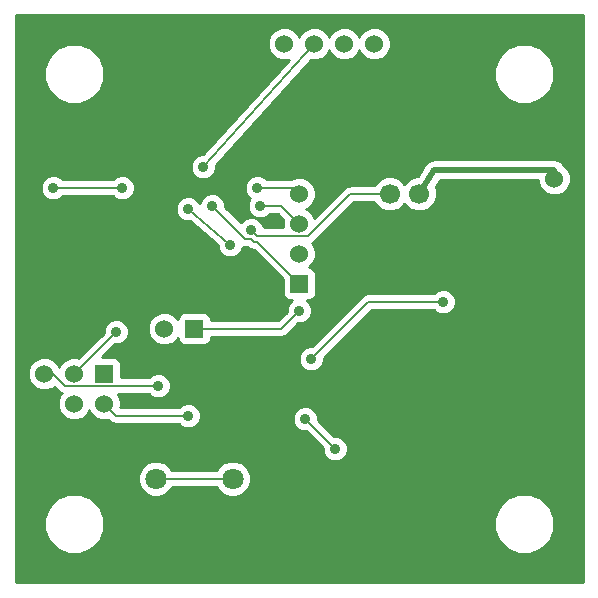
<source format=gbl>
G04 (created by PCBNEW-RS274X (2011-nov-30)-testing) date Mon 11 Jun 2012 06:03:41 PM EDT*
%MOIN*%
G04 Gerber Fmt 3.4, Leading zero omitted, Abs format*
%FSLAX34Y34*%
G01*
G70*
G90*
G04 APERTURE LIST*
%ADD10C,0.006*%
%ADD11R,0.06X0.06*%
%ADD12C,0.06*%
%ADD13C,0.0669*%
%ADD14C,0.0709*%
%ADD15C,0.035*%
%ADD16C,0.02*%
%ADD17C,0.01*%
G04 APERTURE END LIST*
G54D10*
G54D11*
X3500Y7500D03*
G54D12*
X3500Y6500D03*
X2500Y7500D03*
X2500Y6500D03*
X1500Y7500D03*
X1500Y6500D03*
G54D11*
X7500Y18500D03*
G54D12*
X8500Y18500D03*
X9500Y18500D03*
X10500Y18500D03*
X11500Y18500D03*
X12500Y18500D03*
G54D11*
X18500Y15000D03*
G54D12*
X18500Y14000D03*
G54D13*
X14984Y13500D03*
X14000Y13500D03*
X13016Y13500D03*
G54D11*
X10000Y10500D03*
G54D12*
X10000Y11500D03*
X10000Y12500D03*
X10000Y13500D03*
G54D11*
X6500Y9000D03*
G54D12*
X5500Y9000D03*
G54D14*
X5220Y4000D03*
X7780Y4000D03*
X5220Y2228D03*
X7780Y2228D03*
X6500Y1500D03*
G54D15*
X10200Y6000D03*
X11200Y5000D03*
X10400Y8000D03*
X6300Y6100D03*
X14800Y9900D03*
X4100Y13700D03*
X1800Y13700D03*
X10000Y9600D03*
X7100Y13100D03*
X6300Y13000D03*
X7700Y11800D03*
X8600Y13700D03*
X8700Y13100D03*
X5300Y7100D03*
X6800Y14400D03*
X8400Y12300D03*
X3900Y8900D03*
G54D10*
X10200Y6000D02*
X11200Y5000D01*
X12300Y9900D02*
X14800Y9900D01*
X10400Y8000D02*
X12300Y9900D01*
X3900Y6100D02*
X6300Y6100D01*
X3500Y6500D02*
X3900Y6100D01*
G54D16*
X18500Y14000D02*
X18500Y14300D01*
X14500Y14300D02*
X18500Y14300D01*
X14000Y13500D02*
X14500Y14300D01*
G54D10*
X4100Y13700D02*
X1800Y13700D01*
X10000Y9600D02*
X9400Y9000D01*
X9400Y9000D02*
X6500Y9000D01*
X10000Y10500D02*
X8600Y11900D01*
X8600Y11900D02*
X8500Y11900D01*
X8500Y11900D02*
X8400Y12000D01*
X8400Y12000D02*
X8200Y12000D01*
X8200Y12000D02*
X7100Y13100D01*
X7780Y4000D02*
X5220Y4000D01*
X6300Y13000D02*
X7700Y11800D01*
X9800Y13700D02*
X8600Y13700D01*
X10000Y13500D02*
X9800Y13700D01*
X9400Y13100D02*
X8700Y13100D01*
X10000Y12500D02*
X9400Y13100D01*
X2200Y7100D02*
X1800Y7500D01*
X5300Y7100D02*
X2200Y7100D01*
X1800Y7500D02*
X1500Y7500D01*
X6800Y14400D02*
X10500Y18500D01*
X8600Y12100D02*
X10300Y12100D01*
X10300Y12100D02*
X11700Y13500D01*
X8400Y12300D02*
X8600Y12100D01*
X11700Y13500D02*
X13016Y13500D01*
X2500Y7500D02*
X3900Y8900D01*
G36*
X19450Y550D02*
X19049Y550D01*
X19049Y13891D01*
X19049Y14109D01*
X18965Y14311D01*
X18811Y14465D01*
X18798Y14471D01*
X18747Y14547D01*
X18634Y14623D01*
X18500Y14650D01*
X18498Y14650D01*
X18498Y17301D01*
X18498Y17698D01*
X18346Y18065D01*
X18066Y18346D01*
X17699Y18498D01*
X17302Y18498D01*
X16935Y18346D01*
X16654Y18066D01*
X16502Y17699D01*
X16502Y17302D01*
X16654Y16935D01*
X16934Y16654D01*
X17301Y16502D01*
X17698Y16502D01*
X18065Y16654D01*
X18346Y16934D01*
X18498Y17301D01*
X18498Y14650D01*
X14500Y14650D01*
X14456Y14642D01*
X14421Y14640D01*
X14396Y14630D01*
X14366Y14623D01*
X14333Y14602D01*
X14297Y14585D01*
X14275Y14563D01*
X14253Y14547D01*
X14232Y14517D01*
X14203Y14485D01*
X13952Y14084D01*
X13884Y14084D01*
X13669Y13995D01*
X13506Y13833D01*
X13346Y13993D01*
X13132Y14082D01*
X13047Y14082D01*
X13047Y18390D01*
X13047Y18608D01*
X12964Y18809D01*
X12810Y18963D01*
X12610Y19047D01*
X12392Y19047D01*
X12191Y18964D01*
X12037Y18810D01*
X11999Y18722D01*
X11964Y18809D01*
X11810Y18963D01*
X11610Y19047D01*
X11392Y19047D01*
X11191Y18964D01*
X11037Y18810D01*
X10999Y18722D01*
X10964Y18809D01*
X10810Y18963D01*
X10610Y19047D01*
X10392Y19047D01*
X10191Y18964D01*
X10037Y18810D01*
X9999Y18722D01*
X9964Y18809D01*
X9810Y18963D01*
X9610Y19047D01*
X9392Y19047D01*
X9191Y18964D01*
X9037Y18810D01*
X8953Y18610D01*
X8953Y18392D01*
X9036Y18191D01*
X9190Y18037D01*
X9390Y17953D01*
X9608Y17953D01*
X9652Y17972D01*
X6808Y14823D01*
X6716Y14823D01*
X6561Y14759D01*
X6441Y14640D01*
X6377Y14484D01*
X6377Y14316D01*
X6441Y14161D01*
X6560Y14041D01*
X6716Y13977D01*
X6884Y13977D01*
X7039Y14041D01*
X7159Y14160D01*
X7223Y14316D01*
X7223Y14455D01*
X10386Y17955D01*
X10390Y17953D01*
X10608Y17953D01*
X10809Y18036D01*
X10963Y18190D01*
X11000Y18279D01*
X11036Y18191D01*
X11190Y18037D01*
X11390Y17953D01*
X11608Y17953D01*
X11809Y18036D01*
X11963Y18190D01*
X12000Y18279D01*
X12036Y18191D01*
X12190Y18037D01*
X12390Y17953D01*
X12608Y17953D01*
X12809Y18036D01*
X12963Y18190D01*
X13047Y18390D01*
X13047Y14082D01*
X12901Y14082D01*
X12687Y13994D01*
X12523Y13830D01*
X12501Y13778D01*
X11700Y13778D01*
X11699Y13778D01*
X11678Y13774D01*
X11594Y13757D01*
X11503Y13697D01*
X11501Y13695D01*
X10508Y12702D01*
X10464Y12809D01*
X10310Y12963D01*
X10221Y13001D01*
X10309Y13036D01*
X10463Y13190D01*
X10547Y13390D01*
X10547Y13608D01*
X10464Y13809D01*
X10310Y13963D01*
X10110Y14047D01*
X9892Y14047D01*
X9724Y13978D01*
X8920Y13978D01*
X8840Y14059D01*
X8684Y14123D01*
X8516Y14123D01*
X8361Y14059D01*
X8241Y13940D01*
X8177Y13784D01*
X8177Y13616D01*
X8241Y13461D01*
X8351Y13350D01*
X8341Y13340D01*
X8277Y13184D01*
X8277Y13016D01*
X8341Y12861D01*
X8460Y12741D01*
X8616Y12677D01*
X8784Y12677D01*
X8939Y12741D01*
X9020Y12822D01*
X9284Y12822D01*
X9465Y12641D01*
X9453Y12610D01*
X9453Y12392D01*
X9458Y12378D01*
X8823Y12378D01*
X8823Y12384D01*
X8759Y12539D01*
X8640Y12659D01*
X8484Y12723D01*
X8316Y12723D01*
X8161Y12659D01*
X8047Y12547D01*
X7523Y13071D01*
X7523Y13184D01*
X7459Y13339D01*
X7340Y13459D01*
X7184Y13523D01*
X7016Y13523D01*
X6861Y13459D01*
X6741Y13340D01*
X6679Y13190D01*
X6659Y13239D01*
X6540Y13359D01*
X6384Y13423D01*
X6216Y13423D01*
X6061Y13359D01*
X5941Y13240D01*
X5877Y13084D01*
X5877Y12916D01*
X5941Y12761D01*
X6060Y12641D01*
X6216Y12577D01*
X6366Y12577D01*
X7277Y11797D01*
X7277Y11716D01*
X7341Y11561D01*
X7460Y11441D01*
X7616Y11377D01*
X7784Y11377D01*
X7939Y11441D01*
X8059Y11560D01*
X8123Y11716D01*
X8123Y11738D01*
X8200Y11722D01*
X8284Y11722D01*
X8301Y11706D01*
X8303Y11703D01*
X8393Y11644D01*
X8394Y11643D01*
X8479Y11627D01*
X8480Y11626D01*
X9453Y10654D01*
X9453Y10151D01*
X9491Y10060D01*
X9560Y9991D01*
X9651Y9953D01*
X9749Y9953D01*
X9754Y9953D01*
X9641Y9840D01*
X9577Y9684D01*
X9577Y9571D01*
X9284Y9278D01*
X7047Y9278D01*
X7047Y9349D01*
X7009Y9440D01*
X6940Y9509D01*
X6849Y9547D01*
X6751Y9547D01*
X6151Y9547D01*
X6060Y9509D01*
X5991Y9440D01*
X5953Y9349D01*
X5953Y9320D01*
X5810Y9463D01*
X5610Y9547D01*
X5392Y9547D01*
X5191Y9464D01*
X5037Y9310D01*
X4953Y9110D01*
X4953Y8892D01*
X5036Y8691D01*
X5190Y8537D01*
X5390Y8453D01*
X5608Y8453D01*
X5809Y8536D01*
X5953Y8680D01*
X5953Y8651D01*
X5991Y8560D01*
X6060Y8491D01*
X6151Y8453D01*
X6249Y8453D01*
X6849Y8453D01*
X6940Y8491D01*
X7009Y8560D01*
X7047Y8651D01*
X7047Y8722D01*
X9395Y8722D01*
X9400Y8721D01*
X9400Y8722D01*
X9506Y8743D01*
X9507Y8743D01*
X9597Y8803D01*
X9970Y9177D01*
X10084Y9177D01*
X10239Y9241D01*
X10359Y9360D01*
X10423Y9516D01*
X10423Y9684D01*
X10359Y9839D01*
X10245Y9953D01*
X10349Y9953D01*
X10440Y9991D01*
X10509Y10060D01*
X10547Y10151D01*
X10547Y10249D01*
X10547Y10849D01*
X10509Y10940D01*
X10440Y11009D01*
X10349Y11047D01*
X10320Y11047D01*
X10463Y11190D01*
X10547Y11390D01*
X10547Y11608D01*
X10464Y11809D01*
X10420Y11853D01*
X10497Y11903D01*
X11815Y13222D01*
X12501Y13222D01*
X12522Y13171D01*
X12686Y13007D01*
X12900Y12918D01*
X13131Y12918D01*
X13345Y13006D01*
X13506Y13168D01*
X13669Y13005D01*
X13884Y12916D01*
X14116Y12916D01*
X14331Y13005D01*
X14495Y13169D01*
X14584Y13384D01*
X14584Y13616D01*
X14544Y13711D01*
X14694Y13950D01*
X17951Y13950D01*
X17951Y13891D01*
X18035Y13689D01*
X18189Y13535D01*
X18391Y13451D01*
X18609Y13451D01*
X18811Y13535D01*
X18965Y13689D01*
X19049Y13891D01*
X19049Y550D01*
X18498Y550D01*
X18498Y2301D01*
X18498Y2698D01*
X18346Y3065D01*
X18066Y3346D01*
X17699Y3498D01*
X17302Y3498D01*
X16935Y3346D01*
X16654Y3066D01*
X16502Y2699D01*
X16502Y2302D01*
X16654Y1935D01*
X16934Y1654D01*
X17301Y1502D01*
X17698Y1502D01*
X18065Y1654D01*
X18346Y1934D01*
X18498Y2301D01*
X18498Y550D01*
X15223Y550D01*
X15223Y9816D01*
X15223Y9984D01*
X15159Y10139D01*
X15040Y10259D01*
X14884Y10323D01*
X14716Y10323D01*
X14561Y10259D01*
X14479Y10178D01*
X12304Y10178D01*
X12300Y10179D01*
X12193Y10157D01*
X12103Y10097D01*
X10429Y8423D01*
X10316Y8423D01*
X10161Y8359D01*
X10041Y8240D01*
X9977Y8084D01*
X9977Y7916D01*
X10041Y7761D01*
X10160Y7641D01*
X10316Y7577D01*
X10484Y7577D01*
X10639Y7641D01*
X10759Y7760D01*
X10823Y7916D01*
X10823Y8029D01*
X12416Y9622D01*
X14479Y9622D01*
X14560Y9541D01*
X14716Y9477D01*
X14884Y9477D01*
X15039Y9541D01*
X15159Y9660D01*
X15223Y9816D01*
X15223Y550D01*
X11623Y550D01*
X11623Y4916D01*
X11623Y5084D01*
X11559Y5239D01*
X11440Y5359D01*
X11284Y5423D01*
X11170Y5423D01*
X10623Y5971D01*
X10623Y6084D01*
X10559Y6239D01*
X10440Y6359D01*
X10284Y6423D01*
X10116Y6423D01*
X9961Y6359D01*
X9841Y6240D01*
X9777Y6084D01*
X9777Y5916D01*
X9841Y5761D01*
X9960Y5641D01*
X10116Y5577D01*
X10229Y5577D01*
X10777Y5030D01*
X10777Y4916D01*
X10841Y4761D01*
X10960Y4641D01*
X11116Y4577D01*
X11284Y4577D01*
X11439Y4641D01*
X11559Y4760D01*
X11623Y4916D01*
X11623Y550D01*
X8381Y550D01*
X8381Y3880D01*
X8381Y4119D01*
X8290Y4340D01*
X8121Y4509D01*
X7900Y4601D01*
X7661Y4601D01*
X7440Y4510D01*
X7271Y4341D01*
X7244Y4278D01*
X6723Y4278D01*
X6723Y6016D01*
X6723Y6184D01*
X6659Y6339D01*
X6540Y6459D01*
X6384Y6523D01*
X6216Y6523D01*
X6061Y6459D01*
X5979Y6378D01*
X4041Y6378D01*
X4047Y6390D01*
X4047Y6608D01*
X3964Y6809D01*
X3951Y6822D01*
X4979Y6822D01*
X5060Y6741D01*
X5216Y6677D01*
X5384Y6677D01*
X5539Y6741D01*
X5659Y6860D01*
X5723Y7016D01*
X5723Y7184D01*
X5659Y7339D01*
X5540Y7459D01*
X5384Y7523D01*
X5216Y7523D01*
X5061Y7459D01*
X4979Y7378D01*
X4523Y7378D01*
X4523Y13616D01*
X4523Y13784D01*
X4459Y13939D01*
X4340Y14059D01*
X4184Y14123D01*
X4016Y14123D01*
X3861Y14059D01*
X3779Y13978D01*
X3498Y13978D01*
X3498Y17301D01*
X3498Y17698D01*
X3346Y18065D01*
X3066Y18346D01*
X2699Y18498D01*
X2302Y18498D01*
X1935Y18346D01*
X1654Y18066D01*
X1502Y17699D01*
X1502Y17302D01*
X1654Y16935D01*
X1934Y16654D01*
X2301Y16502D01*
X2698Y16502D01*
X3065Y16654D01*
X3346Y16934D01*
X3498Y17301D01*
X3498Y13978D01*
X2120Y13978D01*
X2040Y14059D01*
X1884Y14123D01*
X1716Y14123D01*
X1561Y14059D01*
X1441Y13940D01*
X1377Y13784D01*
X1377Y13616D01*
X1441Y13461D01*
X1560Y13341D01*
X1716Y13277D01*
X1884Y13277D01*
X2039Y13341D01*
X2120Y13422D01*
X3779Y13422D01*
X3860Y13341D01*
X4016Y13277D01*
X4184Y13277D01*
X4339Y13341D01*
X4459Y13460D01*
X4523Y13616D01*
X4523Y7378D01*
X4047Y7378D01*
X4047Y7849D01*
X4009Y7940D01*
X3940Y8009D01*
X3849Y8047D01*
X3751Y8047D01*
X3440Y8047D01*
X3870Y8477D01*
X3984Y8477D01*
X4139Y8541D01*
X4259Y8660D01*
X4323Y8816D01*
X4323Y8984D01*
X4259Y9139D01*
X4140Y9259D01*
X3984Y9323D01*
X3816Y9323D01*
X3661Y9259D01*
X3541Y9140D01*
X3477Y8984D01*
X3477Y8871D01*
X2640Y8035D01*
X2610Y8047D01*
X2392Y8047D01*
X2191Y7964D01*
X2037Y7810D01*
X1999Y7722D01*
X1964Y7809D01*
X1810Y7963D01*
X1610Y8047D01*
X1392Y8047D01*
X1191Y7964D01*
X1037Y7810D01*
X953Y7610D01*
X953Y7392D01*
X1036Y7191D01*
X1190Y7037D01*
X1390Y6953D01*
X1608Y6953D01*
X1809Y7036D01*
X1839Y7067D01*
X2001Y6906D01*
X2003Y6903D01*
X2079Y6853D01*
X2037Y6810D01*
X1953Y6610D01*
X1953Y6392D01*
X2036Y6191D01*
X2190Y6037D01*
X2390Y5953D01*
X2608Y5953D01*
X2809Y6036D01*
X2963Y6190D01*
X3000Y6279D01*
X3036Y6191D01*
X3190Y6037D01*
X3390Y5953D01*
X3608Y5953D01*
X3640Y5967D01*
X3701Y5906D01*
X3703Y5903D01*
X3793Y5844D01*
X3794Y5843D01*
X3900Y5822D01*
X5979Y5822D01*
X6060Y5741D01*
X6216Y5677D01*
X6384Y5677D01*
X6539Y5741D01*
X6659Y5860D01*
X6723Y6016D01*
X6723Y4278D01*
X5755Y4278D01*
X5730Y4340D01*
X5561Y4509D01*
X5340Y4601D01*
X5101Y4601D01*
X4880Y4510D01*
X4711Y4341D01*
X4619Y4120D01*
X4619Y3881D01*
X4710Y3660D01*
X4879Y3491D01*
X5100Y3399D01*
X5339Y3399D01*
X5560Y3490D01*
X5729Y3659D01*
X5755Y3722D01*
X7244Y3722D01*
X7270Y3660D01*
X7439Y3491D01*
X7660Y3399D01*
X7899Y3399D01*
X8120Y3490D01*
X8289Y3659D01*
X8381Y3880D01*
X8381Y550D01*
X3498Y550D01*
X3498Y2301D01*
X3498Y2698D01*
X3346Y3065D01*
X3066Y3346D01*
X2699Y3498D01*
X2302Y3498D01*
X1935Y3346D01*
X1654Y3066D01*
X1502Y2699D01*
X1502Y2302D01*
X1654Y1935D01*
X1934Y1654D01*
X2301Y1502D01*
X2698Y1502D01*
X3065Y1654D01*
X3346Y1934D01*
X3498Y2301D01*
X3498Y550D01*
X550Y550D01*
X550Y19450D01*
X19450Y19450D01*
X19450Y550D01*
X19450Y550D01*
G37*
G54D17*
X19450Y550D02*
X19049Y550D01*
X19049Y13891D01*
X19049Y14109D01*
X18965Y14311D01*
X18811Y14465D01*
X18798Y14471D01*
X18747Y14547D01*
X18634Y14623D01*
X18500Y14650D01*
X18498Y14650D01*
X18498Y17301D01*
X18498Y17698D01*
X18346Y18065D01*
X18066Y18346D01*
X17699Y18498D01*
X17302Y18498D01*
X16935Y18346D01*
X16654Y18066D01*
X16502Y17699D01*
X16502Y17302D01*
X16654Y16935D01*
X16934Y16654D01*
X17301Y16502D01*
X17698Y16502D01*
X18065Y16654D01*
X18346Y16934D01*
X18498Y17301D01*
X18498Y14650D01*
X14500Y14650D01*
X14456Y14642D01*
X14421Y14640D01*
X14396Y14630D01*
X14366Y14623D01*
X14333Y14602D01*
X14297Y14585D01*
X14275Y14563D01*
X14253Y14547D01*
X14232Y14517D01*
X14203Y14485D01*
X13952Y14084D01*
X13884Y14084D01*
X13669Y13995D01*
X13506Y13833D01*
X13346Y13993D01*
X13132Y14082D01*
X13047Y14082D01*
X13047Y18390D01*
X13047Y18608D01*
X12964Y18809D01*
X12810Y18963D01*
X12610Y19047D01*
X12392Y19047D01*
X12191Y18964D01*
X12037Y18810D01*
X11999Y18722D01*
X11964Y18809D01*
X11810Y18963D01*
X11610Y19047D01*
X11392Y19047D01*
X11191Y18964D01*
X11037Y18810D01*
X10999Y18722D01*
X10964Y18809D01*
X10810Y18963D01*
X10610Y19047D01*
X10392Y19047D01*
X10191Y18964D01*
X10037Y18810D01*
X9999Y18722D01*
X9964Y18809D01*
X9810Y18963D01*
X9610Y19047D01*
X9392Y19047D01*
X9191Y18964D01*
X9037Y18810D01*
X8953Y18610D01*
X8953Y18392D01*
X9036Y18191D01*
X9190Y18037D01*
X9390Y17953D01*
X9608Y17953D01*
X9652Y17972D01*
X6808Y14823D01*
X6716Y14823D01*
X6561Y14759D01*
X6441Y14640D01*
X6377Y14484D01*
X6377Y14316D01*
X6441Y14161D01*
X6560Y14041D01*
X6716Y13977D01*
X6884Y13977D01*
X7039Y14041D01*
X7159Y14160D01*
X7223Y14316D01*
X7223Y14455D01*
X10386Y17955D01*
X10390Y17953D01*
X10608Y17953D01*
X10809Y18036D01*
X10963Y18190D01*
X11000Y18279D01*
X11036Y18191D01*
X11190Y18037D01*
X11390Y17953D01*
X11608Y17953D01*
X11809Y18036D01*
X11963Y18190D01*
X12000Y18279D01*
X12036Y18191D01*
X12190Y18037D01*
X12390Y17953D01*
X12608Y17953D01*
X12809Y18036D01*
X12963Y18190D01*
X13047Y18390D01*
X13047Y14082D01*
X12901Y14082D01*
X12687Y13994D01*
X12523Y13830D01*
X12501Y13778D01*
X11700Y13778D01*
X11699Y13778D01*
X11678Y13774D01*
X11594Y13757D01*
X11503Y13697D01*
X11501Y13695D01*
X10508Y12702D01*
X10464Y12809D01*
X10310Y12963D01*
X10221Y13001D01*
X10309Y13036D01*
X10463Y13190D01*
X10547Y13390D01*
X10547Y13608D01*
X10464Y13809D01*
X10310Y13963D01*
X10110Y14047D01*
X9892Y14047D01*
X9724Y13978D01*
X8920Y13978D01*
X8840Y14059D01*
X8684Y14123D01*
X8516Y14123D01*
X8361Y14059D01*
X8241Y13940D01*
X8177Y13784D01*
X8177Y13616D01*
X8241Y13461D01*
X8351Y13350D01*
X8341Y13340D01*
X8277Y13184D01*
X8277Y13016D01*
X8341Y12861D01*
X8460Y12741D01*
X8616Y12677D01*
X8784Y12677D01*
X8939Y12741D01*
X9020Y12822D01*
X9284Y12822D01*
X9465Y12641D01*
X9453Y12610D01*
X9453Y12392D01*
X9458Y12378D01*
X8823Y12378D01*
X8823Y12384D01*
X8759Y12539D01*
X8640Y12659D01*
X8484Y12723D01*
X8316Y12723D01*
X8161Y12659D01*
X8047Y12547D01*
X7523Y13071D01*
X7523Y13184D01*
X7459Y13339D01*
X7340Y13459D01*
X7184Y13523D01*
X7016Y13523D01*
X6861Y13459D01*
X6741Y13340D01*
X6679Y13190D01*
X6659Y13239D01*
X6540Y13359D01*
X6384Y13423D01*
X6216Y13423D01*
X6061Y13359D01*
X5941Y13240D01*
X5877Y13084D01*
X5877Y12916D01*
X5941Y12761D01*
X6060Y12641D01*
X6216Y12577D01*
X6366Y12577D01*
X7277Y11797D01*
X7277Y11716D01*
X7341Y11561D01*
X7460Y11441D01*
X7616Y11377D01*
X7784Y11377D01*
X7939Y11441D01*
X8059Y11560D01*
X8123Y11716D01*
X8123Y11738D01*
X8200Y11722D01*
X8284Y11722D01*
X8301Y11706D01*
X8303Y11703D01*
X8393Y11644D01*
X8394Y11643D01*
X8479Y11627D01*
X8480Y11626D01*
X9453Y10654D01*
X9453Y10151D01*
X9491Y10060D01*
X9560Y9991D01*
X9651Y9953D01*
X9749Y9953D01*
X9754Y9953D01*
X9641Y9840D01*
X9577Y9684D01*
X9577Y9571D01*
X9284Y9278D01*
X7047Y9278D01*
X7047Y9349D01*
X7009Y9440D01*
X6940Y9509D01*
X6849Y9547D01*
X6751Y9547D01*
X6151Y9547D01*
X6060Y9509D01*
X5991Y9440D01*
X5953Y9349D01*
X5953Y9320D01*
X5810Y9463D01*
X5610Y9547D01*
X5392Y9547D01*
X5191Y9464D01*
X5037Y9310D01*
X4953Y9110D01*
X4953Y8892D01*
X5036Y8691D01*
X5190Y8537D01*
X5390Y8453D01*
X5608Y8453D01*
X5809Y8536D01*
X5953Y8680D01*
X5953Y8651D01*
X5991Y8560D01*
X6060Y8491D01*
X6151Y8453D01*
X6249Y8453D01*
X6849Y8453D01*
X6940Y8491D01*
X7009Y8560D01*
X7047Y8651D01*
X7047Y8722D01*
X9395Y8722D01*
X9400Y8721D01*
X9400Y8722D01*
X9506Y8743D01*
X9507Y8743D01*
X9597Y8803D01*
X9970Y9177D01*
X10084Y9177D01*
X10239Y9241D01*
X10359Y9360D01*
X10423Y9516D01*
X10423Y9684D01*
X10359Y9839D01*
X10245Y9953D01*
X10349Y9953D01*
X10440Y9991D01*
X10509Y10060D01*
X10547Y10151D01*
X10547Y10249D01*
X10547Y10849D01*
X10509Y10940D01*
X10440Y11009D01*
X10349Y11047D01*
X10320Y11047D01*
X10463Y11190D01*
X10547Y11390D01*
X10547Y11608D01*
X10464Y11809D01*
X10420Y11853D01*
X10497Y11903D01*
X11815Y13222D01*
X12501Y13222D01*
X12522Y13171D01*
X12686Y13007D01*
X12900Y12918D01*
X13131Y12918D01*
X13345Y13006D01*
X13506Y13168D01*
X13669Y13005D01*
X13884Y12916D01*
X14116Y12916D01*
X14331Y13005D01*
X14495Y13169D01*
X14584Y13384D01*
X14584Y13616D01*
X14544Y13711D01*
X14694Y13950D01*
X17951Y13950D01*
X17951Y13891D01*
X18035Y13689D01*
X18189Y13535D01*
X18391Y13451D01*
X18609Y13451D01*
X18811Y13535D01*
X18965Y13689D01*
X19049Y13891D01*
X19049Y550D01*
X18498Y550D01*
X18498Y2301D01*
X18498Y2698D01*
X18346Y3065D01*
X18066Y3346D01*
X17699Y3498D01*
X17302Y3498D01*
X16935Y3346D01*
X16654Y3066D01*
X16502Y2699D01*
X16502Y2302D01*
X16654Y1935D01*
X16934Y1654D01*
X17301Y1502D01*
X17698Y1502D01*
X18065Y1654D01*
X18346Y1934D01*
X18498Y2301D01*
X18498Y550D01*
X15223Y550D01*
X15223Y9816D01*
X15223Y9984D01*
X15159Y10139D01*
X15040Y10259D01*
X14884Y10323D01*
X14716Y10323D01*
X14561Y10259D01*
X14479Y10178D01*
X12304Y10178D01*
X12300Y10179D01*
X12193Y10157D01*
X12103Y10097D01*
X10429Y8423D01*
X10316Y8423D01*
X10161Y8359D01*
X10041Y8240D01*
X9977Y8084D01*
X9977Y7916D01*
X10041Y7761D01*
X10160Y7641D01*
X10316Y7577D01*
X10484Y7577D01*
X10639Y7641D01*
X10759Y7760D01*
X10823Y7916D01*
X10823Y8029D01*
X12416Y9622D01*
X14479Y9622D01*
X14560Y9541D01*
X14716Y9477D01*
X14884Y9477D01*
X15039Y9541D01*
X15159Y9660D01*
X15223Y9816D01*
X15223Y550D01*
X11623Y550D01*
X11623Y4916D01*
X11623Y5084D01*
X11559Y5239D01*
X11440Y5359D01*
X11284Y5423D01*
X11170Y5423D01*
X10623Y5971D01*
X10623Y6084D01*
X10559Y6239D01*
X10440Y6359D01*
X10284Y6423D01*
X10116Y6423D01*
X9961Y6359D01*
X9841Y6240D01*
X9777Y6084D01*
X9777Y5916D01*
X9841Y5761D01*
X9960Y5641D01*
X10116Y5577D01*
X10229Y5577D01*
X10777Y5030D01*
X10777Y4916D01*
X10841Y4761D01*
X10960Y4641D01*
X11116Y4577D01*
X11284Y4577D01*
X11439Y4641D01*
X11559Y4760D01*
X11623Y4916D01*
X11623Y550D01*
X8381Y550D01*
X8381Y3880D01*
X8381Y4119D01*
X8290Y4340D01*
X8121Y4509D01*
X7900Y4601D01*
X7661Y4601D01*
X7440Y4510D01*
X7271Y4341D01*
X7244Y4278D01*
X6723Y4278D01*
X6723Y6016D01*
X6723Y6184D01*
X6659Y6339D01*
X6540Y6459D01*
X6384Y6523D01*
X6216Y6523D01*
X6061Y6459D01*
X5979Y6378D01*
X4041Y6378D01*
X4047Y6390D01*
X4047Y6608D01*
X3964Y6809D01*
X3951Y6822D01*
X4979Y6822D01*
X5060Y6741D01*
X5216Y6677D01*
X5384Y6677D01*
X5539Y6741D01*
X5659Y6860D01*
X5723Y7016D01*
X5723Y7184D01*
X5659Y7339D01*
X5540Y7459D01*
X5384Y7523D01*
X5216Y7523D01*
X5061Y7459D01*
X4979Y7378D01*
X4523Y7378D01*
X4523Y13616D01*
X4523Y13784D01*
X4459Y13939D01*
X4340Y14059D01*
X4184Y14123D01*
X4016Y14123D01*
X3861Y14059D01*
X3779Y13978D01*
X3498Y13978D01*
X3498Y17301D01*
X3498Y17698D01*
X3346Y18065D01*
X3066Y18346D01*
X2699Y18498D01*
X2302Y18498D01*
X1935Y18346D01*
X1654Y18066D01*
X1502Y17699D01*
X1502Y17302D01*
X1654Y16935D01*
X1934Y16654D01*
X2301Y16502D01*
X2698Y16502D01*
X3065Y16654D01*
X3346Y16934D01*
X3498Y17301D01*
X3498Y13978D01*
X2120Y13978D01*
X2040Y14059D01*
X1884Y14123D01*
X1716Y14123D01*
X1561Y14059D01*
X1441Y13940D01*
X1377Y13784D01*
X1377Y13616D01*
X1441Y13461D01*
X1560Y13341D01*
X1716Y13277D01*
X1884Y13277D01*
X2039Y13341D01*
X2120Y13422D01*
X3779Y13422D01*
X3860Y13341D01*
X4016Y13277D01*
X4184Y13277D01*
X4339Y13341D01*
X4459Y13460D01*
X4523Y13616D01*
X4523Y7378D01*
X4047Y7378D01*
X4047Y7849D01*
X4009Y7940D01*
X3940Y8009D01*
X3849Y8047D01*
X3751Y8047D01*
X3440Y8047D01*
X3870Y8477D01*
X3984Y8477D01*
X4139Y8541D01*
X4259Y8660D01*
X4323Y8816D01*
X4323Y8984D01*
X4259Y9139D01*
X4140Y9259D01*
X3984Y9323D01*
X3816Y9323D01*
X3661Y9259D01*
X3541Y9140D01*
X3477Y8984D01*
X3477Y8871D01*
X2640Y8035D01*
X2610Y8047D01*
X2392Y8047D01*
X2191Y7964D01*
X2037Y7810D01*
X1999Y7722D01*
X1964Y7809D01*
X1810Y7963D01*
X1610Y8047D01*
X1392Y8047D01*
X1191Y7964D01*
X1037Y7810D01*
X953Y7610D01*
X953Y7392D01*
X1036Y7191D01*
X1190Y7037D01*
X1390Y6953D01*
X1608Y6953D01*
X1809Y7036D01*
X1839Y7067D01*
X2001Y6906D01*
X2003Y6903D01*
X2079Y6853D01*
X2037Y6810D01*
X1953Y6610D01*
X1953Y6392D01*
X2036Y6191D01*
X2190Y6037D01*
X2390Y5953D01*
X2608Y5953D01*
X2809Y6036D01*
X2963Y6190D01*
X3000Y6279D01*
X3036Y6191D01*
X3190Y6037D01*
X3390Y5953D01*
X3608Y5953D01*
X3640Y5967D01*
X3701Y5906D01*
X3703Y5903D01*
X3793Y5844D01*
X3794Y5843D01*
X3900Y5822D01*
X5979Y5822D01*
X6060Y5741D01*
X6216Y5677D01*
X6384Y5677D01*
X6539Y5741D01*
X6659Y5860D01*
X6723Y6016D01*
X6723Y4278D01*
X5755Y4278D01*
X5730Y4340D01*
X5561Y4509D01*
X5340Y4601D01*
X5101Y4601D01*
X4880Y4510D01*
X4711Y4341D01*
X4619Y4120D01*
X4619Y3881D01*
X4710Y3660D01*
X4879Y3491D01*
X5100Y3399D01*
X5339Y3399D01*
X5560Y3490D01*
X5729Y3659D01*
X5755Y3722D01*
X7244Y3722D01*
X7270Y3660D01*
X7439Y3491D01*
X7660Y3399D01*
X7899Y3399D01*
X8120Y3490D01*
X8289Y3659D01*
X8381Y3880D01*
X8381Y550D01*
X3498Y550D01*
X3498Y2301D01*
X3498Y2698D01*
X3346Y3065D01*
X3066Y3346D01*
X2699Y3498D01*
X2302Y3498D01*
X1935Y3346D01*
X1654Y3066D01*
X1502Y2699D01*
X1502Y2302D01*
X1654Y1935D01*
X1934Y1654D01*
X2301Y1502D01*
X2698Y1502D01*
X3065Y1654D01*
X3346Y1934D01*
X3498Y2301D01*
X3498Y550D01*
X550Y550D01*
X550Y19450D01*
X19450Y19450D01*
X19450Y550D01*
M02*

</source>
